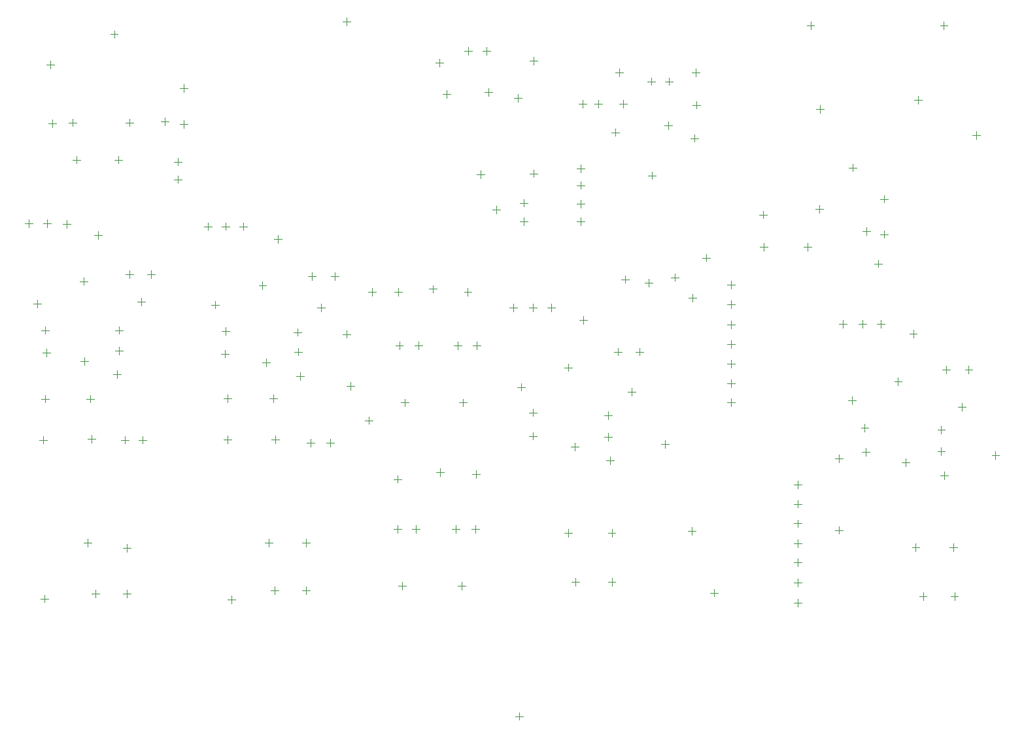
<source format=gbr>
%TF.GenerationSoftware,Altium Limited,Altium Designer,25.3.3 (18)*%
G04 Layer_Color=0*
%FSLAX45Y45*%
%MOMM*%
%TF.SameCoordinates,7852E7E1-4E30-4CDD-8EF1-640B4E54786C*%
%TF.FilePolarity,Positive*%
%TF.FileFunction,Other,Top_Component_Center*%
%TF.Part,Single*%
G01*
G75*
%TA.AperFunction,NonConductor*%
%ADD146C,0.10000*%
D146*
X8459000Y6578600D02*
X8559000D01*
X8509000Y6528600D02*
Y6628600D01*
X4623600Y10071100D02*
X4723600D01*
X4673600Y10021100D02*
Y10121100D01*
X10744200Y1575600D02*
Y1675600D01*
X10694200Y1625600D02*
X10794200D01*
X5105400Y7214400D02*
Y7314400D01*
X5055400Y7264400D02*
X5155400D01*
X14518500Y10530100D02*
Y10630100D01*
X14468500Y10580100D02*
X14568500D01*
X10402100Y8191500D02*
X10502100D01*
X10452100Y8141500D02*
Y8241500D01*
X14350999Y3816002D02*
Y3916002D01*
X14300999Y3866002D02*
X14400999D01*
X13487399Y6397011D02*
Y6497011D01*
X13437399Y6447011D02*
X13537399D01*
X12929401Y4025900D02*
X13029401D01*
X12979401Y3975900D02*
Y4075900D01*
X8789200Y7125300D02*
X8889200D01*
X8839200Y7075300D02*
Y7175300D01*
X8751100Y5461000D02*
X8851100D01*
X8801100Y5411000D02*
Y5511000D01*
X8509800Y5905500D02*
X8609800D01*
X8559800Y5855500D02*
Y5955500D01*
X13271500Y3175800D02*
Y3275800D01*
X13221500Y3225800D02*
X13321500D01*
X14834399Y4966300D02*
X14934399D01*
X14884399Y4916300D02*
Y5016300D01*
X14834399Y4038600D02*
X14934399D01*
X14884399Y3988600D02*
Y4088600D01*
X5207000Y5169700D02*
Y5269700D01*
X5157000Y5219700D02*
X5257000D01*
X10300500Y9715500D02*
X10400500D01*
X10350500Y9665500D02*
Y9765500D01*
X5501500Y10415800D02*
Y10515800D01*
X5451500Y10465800D02*
X5551500D01*
X16244955Y10530100D02*
Y10630100D01*
X16194955Y10580100D02*
X16294955D01*
X5702300Y9271800D02*
Y9371800D01*
X5652300Y9321800D02*
X5752300D01*
X4915700D02*
X5015700D01*
X4965700Y9271800D02*
Y9371800D01*
X5507300Y8839200D02*
X5607300D01*
X5557300Y8789200D02*
Y8889200D01*
X4966500Y8839200D02*
X5066500D01*
X5016500Y8789200D02*
Y8889200D01*
X4699000Y9259100D02*
Y9359100D01*
X4649000Y9309100D02*
X4749000D01*
X10248900Y8598700D02*
Y8698700D01*
X10198900Y8648700D02*
X10298900D01*
X10934700Y8611400D02*
Y8711400D01*
X10884700Y8661400D02*
X10984700D01*
X12763500Y7265200D02*
Y7365200D01*
X12713500Y7315200D02*
X12813499D01*
X12370600Y7243378D02*
X12470600D01*
X12420600Y7193378D02*
Y7293378D01*
X12992101Y6998500D02*
Y7098500D01*
X12942101Y7048500D02*
X13042101D01*
X13169901Y7519200D02*
Y7619200D01*
X13119901Y7569200D02*
X13219901D01*
X9626600Y7114300D02*
Y7214300D01*
X9576600Y7164300D02*
X9676600D01*
X11494300Y8724900D02*
X11594300D01*
X11544300Y8674900D02*
Y8774900D01*
X11494300Y8267700D02*
X11594300D01*
X11544300Y8217700D02*
Y8317700D01*
X11494300Y8039100D02*
X11594300D01*
X11544300Y7989100D02*
Y8089100D01*
X11494300Y8509000D02*
X11594300D01*
X11544300Y8459000D02*
Y8559000D01*
X12065800Y7289800D02*
X12165800D01*
X12115800Y7239800D02*
Y7339800D01*
X12412300Y8636000D02*
X12512300D01*
X12462300Y8586000D02*
Y8686000D01*
X9759164Y9690100D02*
X9859164D01*
X9809164Y9640100D02*
Y9740100D01*
X12090400Y9513100D02*
Y9613100D01*
X12040400Y9563100D02*
X12140400D01*
X10757700Y8039100D02*
X10857700D01*
X10807700Y7989100D02*
Y8089100D01*
X12039600Y9919500D02*
Y10019500D01*
X11989600Y9969500D02*
X12089600D01*
X13030200Y9919500D02*
Y10019500D01*
X12980200Y9969500D02*
X13080200D01*
X13042900Y9500400D02*
Y9600400D01*
X12992900Y9550400D02*
X13092900D01*
X12624600Y9283700D02*
X12724600D01*
X12674600Y9233700D02*
Y9333700D01*
X13017500Y9068600D02*
Y9168600D01*
X12967500Y9118600D02*
X13067500D01*
X12637300Y9855200D02*
X12737300D01*
X12687300Y9805200D02*
Y9905200D01*
X12408700Y9855200D02*
X12508700D01*
X12458700Y9805200D02*
Y9905200D01*
X11722900Y9563100D02*
X11822900D01*
X11772900Y9513100D02*
Y9613100D01*
X11519700Y9563100D02*
X11619700D01*
X11569700Y9513100D02*
Y9613100D01*
X11988800Y9144800D02*
Y9244800D01*
X11938800Y9194800D02*
X12038800D01*
X16662399Y9106700D02*
Y9206700D01*
X16612399Y9156700D02*
X16712399D01*
X14643100Y9445600D02*
Y9545600D01*
X14593100Y9495600D02*
X14693100D01*
X15012199Y8737600D02*
X15112199D01*
X15062199Y8687600D02*
Y8787600D01*
X14580400Y8204100D02*
X14680400D01*
X14630400Y8154100D02*
Y8254100D01*
X15913100Y9563900D02*
Y9663900D01*
X15863100Y9613900D02*
X15963100D01*
X13914676Y7658900D02*
Y7758900D01*
X13864676Y7708900D02*
X13964676D01*
X13856500Y8128000D02*
X13956500D01*
X13906500Y8078000D02*
Y8178000D01*
X14428000Y7708900D02*
X14528000D01*
X14478000Y7658900D02*
Y7758900D01*
X15468600Y8281200D02*
Y8381200D01*
X15418600Y8331200D02*
X15518600D01*
X15468600Y7824000D02*
Y7924000D01*
X15418600Y7874000D02*
X15518600D01*
X15239999Y7862100D02*
Y7962100D01*
X15189999Y7912100D02*
X15289999D01*
X15392400Y7443000D02*
Y7543000D01*
X15342400Y7493000D02*
X15442400D01*
X10769600Y5842800D02*
Y5942800D01*
X10719600Y5892800D02*
X10819600D01*
X6274600Y8585200D02*
X6374600D01*
X6324600Y8535200D02*
Y8635200D01*
X6274600Y8813800D02*
X6374600D01*
X6324600Y8763800D02*
Y8863800D01*
X6400800Y9716300D02*
Y9816300D01*
X6350800Y9766300D02*
X6450800D01*
X6159500Y9284500D02*
Y9384500D01*
X6109500Y9334500D02*
X6209500D01*
X6350800Y9302583D02*
X6450800D01*
X6400800Y9252583D02*
Y9352583D01*
X9950811Y3313007D02*
X10050811D01*
X10000811Y3263007D02*
Y3363007D01*
X9132100Y7126200D02*
X9232100D01*
X9182100Y7076200D02*
Y7176200D01*
X10807700Y8230400D02*
Y8330400D01*
X10757700Y8280400D02*
X10857700D01*
X10681500Y9639300D02*
X10781500D01*
X10731500Y9589300D02*
Y9689300D01*
X10325100Y10198900D02*
Y10298900D01*
X10275100Y10248900D02*
X10375100D01*
X10884700Y10121900D02*
X10984700D01*
X10934700Y10071900D02*
Y10171900D01*
X10083800Y10198900D02*
Y10298900D01*
X10033800Y10248900D02*
X10133800D01*
X9665500Y10100100D02*
X9765500D01*
X9715500Y10050100D02*
Y10150100D01*
X8509000Y10579900D02*
Y10679900D01*
X8459000Y10629900D02*
X8559000D01*
X7417600Y6210300D02*
X7517600D01*
X7467600Y6160300D02*
Y6260300D01*
X7514553Y5742417D02*
X7614553D01*
X7564553Y5692417D02*
Y5792417D01*
X7539953Y5209017D02*
X7639953D01*
X7589953Y5159017D02*
Y5259017D01*
X7886700Y6300000D02*
Y6400000D01*
X7836700Y6350000D02*
X7936700D01*
X7912100Y5982500D02*
Y6082500D01*
X7862100Y6032500D02*
X7962100D01*
X8047153Y5120917D02*
Y5220917D01*
X7997153Y5170917D02*
X8097153D01*
X8302300Y5120917D02*
Y5220917D01*
X8252300Y5170917D02*
X8352300D01*
X7372400Y7209038D02*
X7472400D01*
X7422400Y7159039D02*
Y7259038D01*
X7620000Y7760500D02*
Y7860500D01*
X7570000Y7810500D02*
X7670000D01*
X7874000Y6554000D02*
Y6654000D01*
X7824000Y6604000D02*
X7924000D01*
X8014500Y7327900D02*
X8114500D01*
X8064500Y7277900D02*
Y7377900D01*
X8178800Y6871500D02*
Y6971500D01*
X8128800Y6921500D02*
X8228800D01*
X8306600Y7327900D02*
X8406600D01*
X8356600Y7277900D02*
Y7377900D01*
X6917653Y5742417D02*
X7017653D01*
X6967653Y5692417D02*
Y5792417D01*
X6917653Y5209017D02*
X7017653D01*
X6967653Y5159017D02*
Y5259017D01*
X7505700Y3823500D02*
Y3923500D01*
X7455700Y3873500D02*
X7555700D01*
X7582270Y3208949D02*
Y3308949D01*
X7532270Y3258949D02*
X7632270D01*
X7988670Y3208949D02*
Y3308949D01*
X7938670Y3258949D02*
X8038670D01*
X7988670Y3823904D02*
Y3923904D01*
X7938670Y3873904D02*
X8038670D01*
X6968453Y3138917D02*
X7068453D01*
X7018453Y3088917D02*
Y3188917D01*
X6934200Y6274600D02*
Y6374600D01*
X6884200Y6324600D02*
X6984200D01*
X6946900Y6566700D02*
Y6666700D01*
X6896900Y6616700D02*
X6996900D01*
X6757200Y6959600D02*
X6857200D01*
X6807200Y6909600D02*
Y7009600D01*
X7125500Y7975600D02*
X7225500D01*
X7175500Y7925600D02*
Y8025600D01*
X6896900Y7975600D02*
X6996900D01*
X6946900Y7925600D02*
Y8025600D01*
X6668300Y7975600D02*
X6768300D01*
X6718300Y7925600D02*
Y8025600D01*
X9672336Y4786207D02*
X9772336D01*
X9722336Y4736207D02*
Y4836207D01*
X9216908Y5691102D02*
X9316907D01*
X9266908Y5641102D02*
Y5741102D01*
X9181171Y3313007D02*
X9281171D01*
X9231171Y3263007D02*
Y3363007D01*
X9967197Y5691102D02*
X10067197D01*
X10017197Y5641102D02*
Y5741102D01*
X10031000Y7126201D02*
X10131000D01*
X10081000Y7076201D02*
Y7176201D01*
X9899727Y6428755D02*
X9999727D01*
X9949727Y6378755D02*
Y6478755D01*
X10142197Y6428755D02*
X10242197D01*
X10192197Y6378755D02*
Y6478755D01*
X9143028Y6428754D02*
X9243028D01*
X9193028Y6378754D02*
Y6478754D01*
X9391908Y6428754D02*
X9491907D01*
X9441907Y6378754D02*
Y6478754D01*
X10136938Y4760807D02*
X10236938D01*
X10186938Y4710807D02*
Y4810807D01*
X9876743Y4050661D02*
X9976743D01*
X9926743Y4000662D02*
Y4100661D01*
X10125811Y4050661D02*
X10225811D01*
X10175811Y4000662D02*
Y4100661D01*
X9124159Y4050661D02*
X9224159D01*
X9174159Y4000662D02*
Y4100661D01*
X9356171Y4050660D02*
X9456171D01*
X9406171Y4000660D02*
Y4100660D01*
X9119400Y4699000D02*
X9219400D01*
X9169400Y4649000D02*
Y4749000D01*
X16381094Y3132754D02*
Y3232754D01*
X16331094Y3182754D02*
X16431094D01*
X15974695Y3132754D02*
Y3232754D01*
X15924695Y3182754D02*
X16024695D01*
X15880600Y3767100D02*
Y3867100D01*
X15830600Y3817100D02*
X15930600D01*
X16368394Y3767754D02*
Y3867754D01*
X16318394Y3817754D02*
X16418394D01*
X10618000Y6921500D02*
X10718000D01*
X10668000Y6871500D02*
Y6971500D01*
X12204700Y5779300D02*
Y5879300D01*
X12154700Y5829300D02*
X12254700D01*
X12586500Y5150200D02*
X12686500D01*
X12636500Y5100200D02*
Y5200200D01*
X11474481Y3315500D02*
Y3415500D01*
X11424482Y3365500D02*
X11524481D01*
X11944381Y3950500D02*
Y4050500D01*
X11894382Y4000500D02*
X11994381D01*
X11944381Y3315500D02*
Y3415500D01*
X11894382Y3365500D02*
X11994381D01*
X11379200Y3950500D02*
Y4050500D01*
X11329200Y4000500D02*
X11429200D01*
X11379200Y6096800D02*
Y6196800D01*
X11329200Y6146800D02*
X11429200D01*
X11925300Y4890300D02*
Y4990300D01*
X11875300Y4940300D02*
X11975300D01*
X11418100Y5118100D02*
X11518100D01*
X11468100Y5068100D02*
Y5168100D01*
X13437399Y6704445D02*
X13537399D01*
X13487399Y6654445D02*
Y6754445D01*
X13437399Y5942200D02*
X13537399D01*
X13487399Y5892201D02*
Y5992200D01*
X13437399Y7219311D02*
X13537399D01*
X13487399Y7169311D02*
Y7269311D01*
X13437399Y6963889D02*
X13537399D01*
X13487399Y6913889D02*
Y7013889D01*
X14300999Y4124666D02*
X14400999D01*
X14350999Y4074666D02*
Y4174666D01*
X14300999Y3617207D02*
X14400999D01*
X14350999Y3567207D02*
Y3667207D01*
X14300999Y3098351D02*
X14400999D01*
X14350999Y3048351D02*
Y3148351D01*
X14300999Y3356754D02*
X14400999D01*
X14350999Y3306754D02*
Y3406754D01*
X14300999Y4377741D02*
X14400999D01*
X14350999Y4327741D02*
Y4427741D01*
X13437399Y6195612D02*
X13537399D01*
X13487399Y6145612D02*
Y6245612D01*
X13437399Y5694332D02*
X13537399D01*
X13487399Y5644332D02*
Y5744331D01*
X14300999Y4630164D02*
X14400999D01*
X14350999Y4580165D02*
Y4680164D01*
X16248900Y4694200D02*
Y4794200D01*
X16198900Y4744200D02*
X16298900D01*
X16863284Y5011554D02*
X16963284D01*
X16913284Y4961554D02*
Y5061554D01*
X11113300Y6921500D02*
X11213300D01*
X11163300Y6871500D02*
Y6971500D01*
X11526429Y6758592D02*
X11626429D01*
X11576429Y6708592D02*
Y6808591D01*
X10872000Y6921500D02*
X10972000D01*
X10922000Y6871500D02*
Y6971500D01*
X11899900Y5474500D02*
Y5574500D01*
X11849900Y5524500D02*
X11949900D01*
X12256300Y6350000D02*
X12356300D01*
X12306300Y6300000D02*
Y6400000D01*
X11976900Y6350000D02*
X12076900D01*
X12026900Y6300000D02*
Y6400000D01*
X11899900Y5195100D02*
Y5295100D01*
X11849900Y5245100D02*
X11949900D01*
X10922000Y5512600D02*
Y5612600D01*
X10872000Y5562600D02*
X10972000D01*
X10922000Y5207800D02*
Y5307800D01*
X10872000Y5257800D02*
X10972000D01*
X15652000Y5913400D02*
Y6013400D01*
X15602000Y5963400D02*
X15702000D01*
X16477499Y5583200D02*
Y5683200D01*
X16427499Y5633200D02*
X16527499D01*
X15699413Y4916654D02*
X15799413D01*
X15749413Y4866654D02*
Y4966654D01*
X15220200Y5316500D02*
Y5416500D01*
X15170200Y5366500D02*
X15270200D01*
X16210800Y5291100D02*
Y5391100D01*
X16160800Y5341100D02*
X16260800D01*
X15231009Y4998513D02*
Y5098513D01*
X15181010Y5048513D02*
X15281009D01*
X16210800Y5006654D02*
Y5106654D01*
X16160800Y5056654D02*
X16260800D01*
X15005099Y5722100D02*
X15105099D01*
X15055099Y5672100D02*
Y5772100D01*
X16516400Y6115800D02*
X16616400D01*
X16566400Y6065800D02*
Y6165800D01*
X16224300Y6115800D02*
X16324300D01*
X16274300Y6065800D02*
Y6165800D01*
X15847545Y6535846D02*
Y6635846D01*
X15797545Y6585846D02*
X15897545D01*
X15380067Y6712700D02*
X15480067D01*
X15430067Y6662700D02*
Y6762700D01*
X15138840Y6712700D02*
X15238840D01*
X15188840Y6662700D02*
Y6762700D01*
X14884747Y6712700D02*
X14984747D01*
X14934747Y6662700D02*
Y6762700D01*
X4560100Y5740400D02*
X4660100D01*
X4610100Y5690400D02*
Y5790400D01*
X4534700Y5207000D02*
X4634700D01*
X4584700Y5157000D02*
Y5257000D01*
X4597400Y3099600D02*
Y3199600D01*
X4547400Y3149600D02*
X4647400D01*
X5612560Y3805932D02*
X5712560D01*
X5662560Y3755932D02*
Y3855932D01*
X5206160Y3213100D02*
X5306160D01*
X5256160Y3163100D02*
Y3263100D01*
X5106200Y3873500D02*
X5206200D01*
X5156200Y3823500D02*
Y3923500D01*
X5638800Y5157000D02*
Y5257000D01*
X5588800Y5207000D02*
X5688800D01*
X5612560Y3213100D02*
X5712560D01*
X5662560Y3163100D02*
Y3263100D01*
X5868830Y5157000D02*
Y5257000D01*
X5818830Y5207000D02*
X5918829D01*
X5487200Y6057900D02*
X5587200D01*
X5537200Y6007900D02*
Y6107900D01*
X5512600Y6362700D02*
X5612600D01*
X5562600Y6312700D02*
Y6412700D01*
X4394200Y7963700D02*
Y8063700D01*
X4344200Y8013700D02*
X4444200D01*
X4635500Y7963700D02*
Y8063700D01*
X4585500Y8013700D02*
X4685500D01*
X4889497Y7958397D02*
Y8058396D01*
X4839497Y8008396D02*
X4939497D01*
X4560100Y6629400D02*
X4660100D01*
X4610100Y6579400D02*
Y6679400D01*
X4572800Y6337300D02*
X4672800D01*
X4622800Y6287300D02*
Y6387300D01*
X5118103Y6178304D02*
Y6278303D01*
X5068103Y6228304D02*
X5168103D01*
X5512600Y6629400D02*
X5612600D01*
X5562600Y6579400D02*
Y6679400D01*
X5702300Y7303300D02*
Y7403300D01*
X5652300Y7353300D02*
X5752300D01*
X5981700Y7303300D02*
Y7403300D01*
X5931700Y7353300D02*
X6031700D01*
X5144640Y5740400D02*
X5244640D01*
X5194640Y5690400D02*
Y5790400D01*
X5245900Y7861300D02*
X5345900D01*
X5295900Y7811300D02*
Y7911300D01*
X4508500Y6922300D02*
Y7022300D01*
X4458500Y6972300D02*
X4558500D01*
X5849400Y6947700D02*
Y7047700D01*
X5799400Y6997700D02*
X5899400D01*
%TF.MD5,c53ebd79cf29992c200eaf3b21576488*%
M02*

</source>
